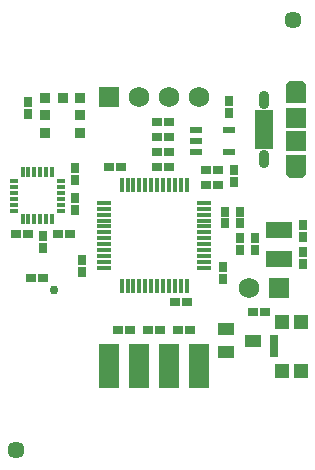
<source format=gts>
G04*
G04 #@! TF.GenerationSoftware,Altium Limited,Altium Designer,22.3.1 (43)*
G04*
G04 Layer_Color=8388736*
%FSLAX25Y25*%
%MOIN*%
G70*
G04*
G04 #@! TF.SameCoordinates,8BB9F333-D91B-4341-8B3B-76DA7BD7A395*
G04*
G04*
G04 #@! TF.FilePolarity,Negative*
G04*
G01*
G75*
%ADD23R,0.06500X0.15000*%
%ADD28R,0.03150X0.01378*%
%ADD29R,0.01378X0.03347*%
%ADD30R,0.01181X0.04724*%
%ADD31R,0.04724X0.01181*%
%ADD32R,0.04331X0.02362*%
%ADD33R,0.04937X0.04543*%
%ADD34R,0.03165X0.07693*%
%ADD35R,0.03362X0.02969*%
%ADD36R,0.08500X0.05300*%
%ADD37R,0.02969X0.03362*%
%ADD38R,0.05528X0.04150*%
%ADD39R,0.07102X0.06906*%
%ADD40R,0.06315X0.02575*%
%ADD41R,0.03756X0.03362*%
%ADD42R,0.03362X0.03756*%
%ADD43C,0.06906*%
%ADD44R,0.06906X0.06906*%
%ADD45O,0.07102X0.04051*%
%ADD46O,0.03559X0.06118*%
%ADD47C,0.03000*%
%ADD48C,0.05724*%
G36*
X103745Y105280D02*
Y99768D01*
X103742Y99665D01*
X103734Y99562D01*
X103721Y99460D01*
X103702Y99358D01*
X103678Y99258D01*
X103648Y99159D01*
X103614Y99062D01*
X103575Y98967D01*
X103530Y98874D01*
X103481Y98783D01*
X103427Y98696D01*
X103369Y98611D01*
X103306Y98529D01*
X103239Y98450D01*
X103168Y98376D01*
X103094Y98305D01*
X103015Y98238D01*
X102933Y98175D01*
X102848Y98117D01*
X102761Y98063D01*
X102670Y98014D01*
X102577Y97969D01*
X102482Y97930D01*
X102385Y97896D01*
X102286Y97866D01*
X102186Y97842D01*
X102084Y97824D01*
X101982Y97810D01*
X101879Y97802D01*
X101776Y97799D01*
X98824D01*
X98721Y97802D01*
X98618Y97810D01*
X98516Y97824D01*
X98414Y97842D01*
X98314Y97866D01*
X98215Y97896D01*
X98118Y97930D01*
X98023Y97969D01*
X97930Y98014D01*
X97839Y98063D01*
X97751Y98117D01*
X97667Y98175D01*
X97585Y98238D01*
X97506Y98305D01*
X97432Y98376D01*
X97361Y98450D01*
X97294Y98529D01*
X97231Y98611D01*
X97173Y98696D01*
X97119Y98783D01*
X97070Y98874D01*
X97025Y98967D01*
X96986Y99062D01*
X96952Y99159D01*
X96922Y99258D01*
X96898Y99358D01*
X96879Y99460D01*
X96866Y99562D01*
X96858Y99665D01*
X96855Y99768D01*
Y105280D01*
X103745D01*
D02*
G37*
G36*
X96858Y128217D02*
X96866Y128320D01*
X96879Y128422D01*
X96898Y128524D01*
X96922Y128624D01*
X96952Y128723D01*
X96986Y128820D01*
X97025Y128915D01*
X97070Y129008D01*
X97119Y129098D01*
X97173Y129186D01*
X97231Y129271D01*
X97294Y129353D01*
X97361Y129431D01*
X97432Y129506D01*
X97506Y129577D01*
X97585Y129644D01*
X97667Y129707D01*
X97751Y129765D01*
X97839Y129819D01*
X97930Y129868D01*
X98023Y129912D01*
X98118Y129952D01*
X98215Y129986D01*
X98314Y130016D01*
X98414Y130040D01*
X98516Y130058D01*
X98618Y130072D01*
X98721Y130080D01*
X98824Y130083D01*
X101776D01*
X101879Y130080D01*
X101982Y130072D01*
X102084Y130058D01*
X102186Y130040D01*
X102286Y130016D01*
X102385Y129986D01*
X102482Y129952D01*
X102577Y129912D01*
X102670Y129868D01*
X102761Y129819D01*
X102848Y129765D01*
X102933Y129707D01*
X103015Y129644D01*
X103094Y129577D01*
X103168Y129506D01*
X103239Y129431D01*
X103306Y129353D01*
X103369Y129271D01*
X103427Y129186D01*
X103481Y129098D01*
X103530Y129008D01*
X103575Y128915D01*
X103614Y128820D01*
X103648Y128723D01*
X103678Y128624D01*
X103702Y128524D01*
X103721Y128422D01*
X103734Y128320D01*
X103742Y128217D01*
X103745Y128114D01*
Y122602D01*
X96855D01*
Y128114D01*
X96858Y128217D01*
D02*
G37*
D23*
X68000Y35122D02*
D03*
X58000D02*
D03*
X48000D02*
D03*
X38000D02*
D03*
D28*
X6229Y96693D02*
D03*
Y94725D02*
D03*
Y92756D02*
D03*
Y90788D02*
D03*
Y88819D02*
D03*
Y86851D02*
D03*
X21929D02*
D03*
Y88819D02*
D03*
Y90788D02*
D03*
Y92756D02*
D03*
Y94725D02*
D03*
Y96693D02*
D03*
D29*
X9157Y83922D02*
D03*
X11126D02*
D03*
X13094D02*
D03*
X15063D02*
D03*
X17031D02*
D03*
X19000D02*
D03*
Y99622D02*
D03*
X17031D02*
D03*
X15063D02*
D03*
X13094D02*
D03*
X11126D02*
D03*
X9157D02*
D03*
D30*
X63827Y61890D02*
D03*
X61858D02*
D03*
X59890D02*
D03*
X57921D02*
D03*
X55953D02*
D03*
X53984D02*
D03*
X52016D02*
D03*
X50047D02*
D03*
X48079D02*
D03*
X46110D02*
D03*
X44142D02*
D03*
X42173D02*
D03*
Y95354D02*
D03*
X44142D02*
D03*
X46110D02*
D03*
X48079D02*
D03*
X50047D02*
D03*
X52016D02*
D03*
X53984D02*
D03*
X55953D02*
D03*
X57921D02*
D03*
X59890D02*
D03*
X61858D02*
D03*
X63827D02*
D03*
D31*
X36268Y67795D02*
D03*
Y69764D02*
D03*
Y71732D02*
D03*
Y73701D02*
D03*
Y75669D02*
D03*
Y77638D02*
D03*
Y79606D02*
D03*
Y81575D02*
D03*
Y83543D02*
D03*
Y85512D02*
D03*
Y87480D02*
D03*
Y89449D02*
D03*
X69732D02*
D03*
Y87480D02*
D03*
Y85512D02*
D03*
Y83543D02*
D03*
Y81575D02*
D03*
Y79606D02*
D03*
Y77638D02*
D03*
Y75669D02*
D03*
Y73701D02*
D03*
Y71732D02*
D03*
Y69764D02*
D03*
Y67795D02*
D03*
D32*
X66988Y113740D02*
D03*
Y110000D02*
D03*
Y106260D02*
D03*
X78012D02*
D03*
Y113740D02*
D03*
D33*
X101878Y33551D02*
D03*
X95583D02*
D03*
Y49693D02*
D03*
X101878D02*
D03*
D34*
X93122Y41622D02*
D03*
D35*
X57968Y116500D02*
D03*
X54031D02*
D03*
X24969Y79000D02*
D03*
X21032D02*
D03*
X44969Y47000D02*
D03*
X41032D02*
D03*
X54969D02*
D03*
X51032D02*
D03*
X12032Y64500D02*
D03*
X15969D02*
D03*
X70410Y100500D02*
D03*
X74347D02*
D03*
X54031Y101500D02*
D03*
X57968D02*
D03*
X54031Y106500D02*
D03*
X57968D02*
D03*
X70410Y95500D02*
D03*
X74347D02*
D03*
X57968Y111500D02*
D03*
X54031D02*
D03*
X61032Y47000D02*
D03*
X64969D02*
D03*
X86032Y53000D02*
D03*
X89969D02*
D03*
X38032Y101500D02*
D03*
X41969D02*
D03*
X63968Y56500D02*
D03*
X60031D02*
D03*
X7032Y79000D02*
D03*
X10968D02*
D03*
D36*
X94500Y80522D02*
D03*
Y70722D02*
D03*
D37*
X81500Y73654D02*
D03*
Y77591D02*
D03*
X86500Y73654D02*
D03*
Y77591D02*
D03*
X11000Y119032D02*
D03*
Y122968D02*
D03*
X102500Y78031D02*
D03*
Y81968D02*
D03*
Y72969D02*
D03*
Y69032D02*
D03*
X29000Y66531D02*
D03*
Y70468D02*
D03*
X76000Y67968D02*
D03*
Y64031D02*
D03*
X76500Y86568D02*
D03*
Y82631D02*
D03*
X81500Y86568D02*
D03*
Y82631D02*
D03*
X26500Y100937D02*
D03*
Y97000D02*
D03*
X16000Y78469D02*
D03*
Y74532D02*
D03*
X26500Y91000D02*
D03*
Y87063D02*
D03*
X79500Y100268D02*
D03*
Y96332D02*
D03*
X78000Y119532D02*
D03*
Y123468D02*
D03*
D38*
X85929Y43500D02*
D03*
X77071Y39760D02*
D03*
Y47240D02*
D03*
D39*
X100300Y117878D02*
D03*
Y110004D02*
D03*
D40*
X89670Y119059D02*
D03*
Y116500D02*
D03*
Y113941D02*
D03*
Y111382D02*
D03*
Y108823D02*
D03*
D41*
X22500Y124500D02*
D03*
D42*
X28209D02*
D03*
Y118595D02*
D03*
Y112689D02*
D03*
X16791D02*
D03*
Y118595D02*
D03*
Y124500D02*
D03*
D43*
X68000Y124622D02*
D03*
X58000D02*
D03*
X48000D02*
D03*
X84500Y61000D02*
D03*
D44*
X38000Y124622D02*
D03*
X94500Y61000D02*
D03*
D45*
X100300Y127720D02*
D03*
Y100161D02*
D03*
D46*
X89670Y123784D02*
D03*
Y104098D02*
D03*
D47*
X19500Y60500D02*
D03*
D48*
X99299Y150480D02*
D03*
X7000Y7000D02*
D03*
M02*

</source>
